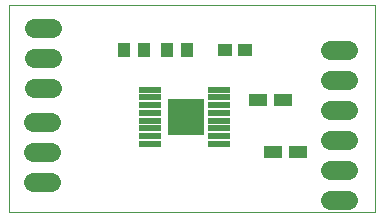
<source format=gbs>
G75*
%MOIN*%
%OFA0B0*%
%FSLAX25Y25*%
%IPPOS*%
%LPD*%
%AMOC8*
5,1,8,0,0,1.08239X$1,22.5*
%
%ADD10C,0.00000*%
%ADD11R,0.07487X0.02172*%
%ADD12R,0.12211X0.12211*%
%ADD13C,0.06400*%
%ADD14R,0.04731X0.04337*%
%ADD15R,0.06306X0.04337*%
%ADD16R,0.04337X0.04731*%
D10*
X0003143Y0003929D02*
X0003143Y0072827D01*
X0125190Y0072827D01*
X0125190Y0003929D01*
X0003143Y0003929D01*
D11*
X0050033Y0026685D03*
X0050033Y0029244D03*
X0050033Y0031803D03*
X0050033Y0034362D03*
X0050033Y0036921D03*
X0050033Y0039480D03*
X0050033Y0042039D03*
X0050033Y0044598D03*
X0073064Y0044598D03*
X0073064Y0042039D03*
X0073064Y0039480D03*
X0073064Y0036921D03*
X0073064Y0034362D03*
X0073064Y0031803D03*
X0073064Y0029244D03*
X0073064Y0026685D03*
D12*
X0062041Y0035543D03*
D13*
X0017167Y0034008D02*
X0011167Y0034008D01*
X0011167Y0024008D02*
X0017167Y0024008D01*
X0017167Y0014008D02*
X0011167Y0014008D01*
X0011560Y0045110D02*
X0017560Y0045110D01*
X0017560Y0055110D02*
X0011560Y0055110D01*
X0011560Y0065110D02*
X0017560Y0065110D01*
X0110198Y0058000D02*
X0116198Y0058000D01*
X0116198Y0048000D02*
X0110198Y0048000D01*
X0110198Y0038000D02*
X0116198Y0038000D01*
X0116198Y0028000D02*
X0110198Y0028000D01*
X0110198Y0018000D02*
X0116198Y0018000D01*
X0116198Y0008000D02*
X0110198Y0008000D01*
D14*
X0081686Y0057866D03*
X0074993Y0057866D03*
D15*
X0085976Y0041362D03*
X0094263Y0041362D03*
X0090999Y0023929D03*
X0099287Y0023929D03*
D16*
X0062395Y0057866D03*
X0055702Y0057866D03*
X0048222Y0057866D03*
X0041529Y0057866D03*
M02*

</source>
